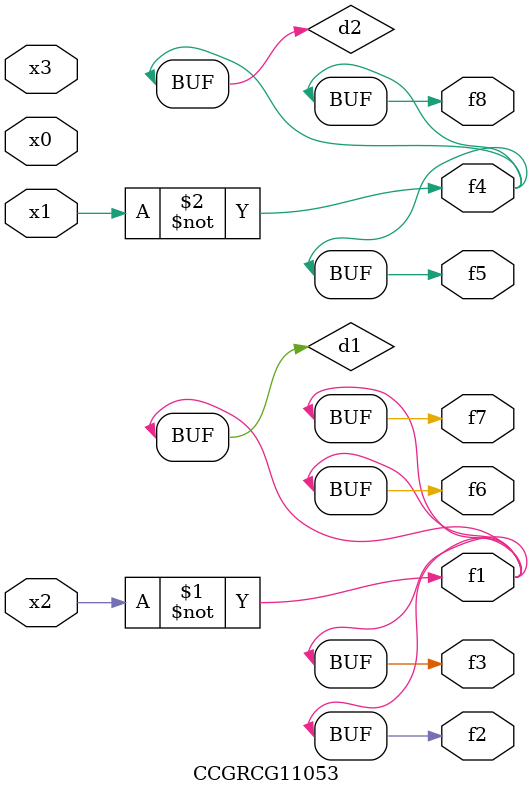
<source format=v>
module CCGRCG11053(
	input x0, x1, x2, x3,
	output f1, f2, f3, f4, f5, f6, f7, f8
);

	wire d1, d2;

	xnor (d1, x2);
	not (d2, x1);
	assign f1 = d1;
	assign f2 = d1;
	assign f3 = d1;
	assign f4 = d2;
	assign f5 = d2;
	assign f6 = d1;
	assign f7 = d1;
	assign f8 = d2;
endmodule

</source>
